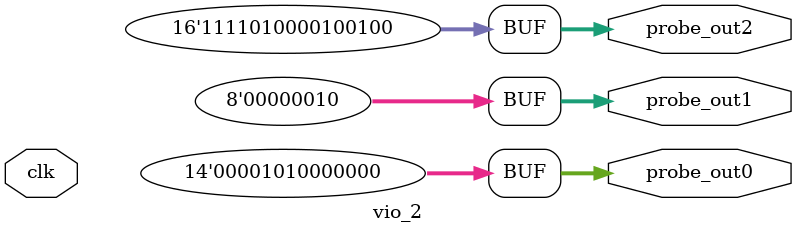
<source format=v>
`timescale 1ns / 1ps
module vio_2 (
clk,

probe_out0,
probe_out1,
probe_out2
);

input clk;

output reg [13 : 0] probe_out0 = 'h0280 ;
output reg [7 : 0] probe_out1 = 'h02 ;
output reg [15 : 0] probe_out2 = 'hf424 ;


endmodule

</source>
